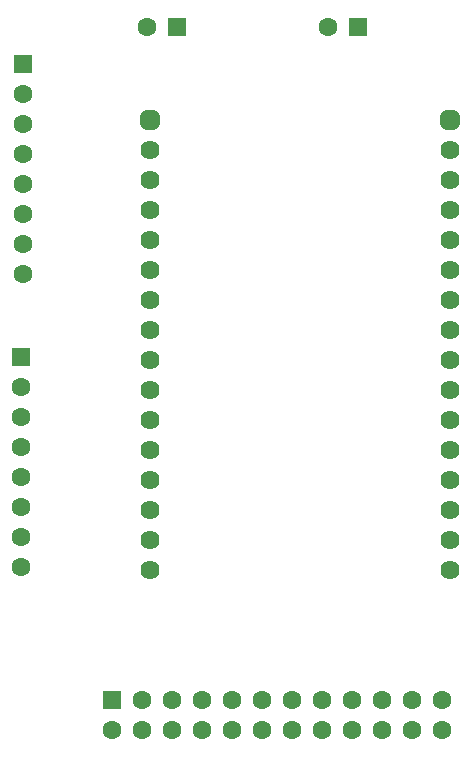
<source format=gts>
G04*
G04 #@! TF.GenerationSoftware,Altium Limited,Altium Designer,24.5.2 (23)*
G04*
G04 Layer_Color=8388736*
%FSLAX25Y25*%
%MOIN*%
G70*
G04*
G04 #@! TF.SameCoordinates,283EEC4D-0936-4861-99EB-E05453D0A95E*
G04*
G04*
G04 #@! TF.FilePolarity,Negative*
G04*
G01*
G75*
%ADD14C,0.06299*%
%ADD15R,0.06299X0.06299*%
%ADD16R,0.06299X0.06299*%
%ADD17C,0.06378*%
G04:AMPARAMS|DCode=18|XSize=63.78mil|YSize=63.78mil|CornerRadius=16.93mil|HoleSize=0mil|Usage=FLASHONLY|Rotation=270.000|XOffset=0mil|YOffset=0mil|HoleType=Round|Shape=RoundedRectangle|*
%AMROUNDEDRECTD18*
21,1,0.06378,0.02992,0,0,270.0*
21,1,0.02992,0.06378,0,0,270.0*
1,1,0.03386,-0.01496,-0.01496*
1,1,0.03386,-0.01496,0.01496*
1,1,0.03386,0.01496,0.01496*
1,1,0.03386,0.01496,-0.01496*
%
%ADD18ROUNDEDRECTD18*%
D14*
X63504Y255118D02*
D03*
X123740D02*
D03*
X51811Y20709D02*
D03*
X61811D02*
D03*
X161811Y30709D02*
D03*
X151811D02*
D03*
X121811D02*
D03*
X141811Y20709D02*
D03*
X111811Y30709D02*
D03*
X131811Y20709D02*
D03*
X101811Y30709D02*
D03*
X121811Y20709D02*
D03*
X91811Y30709D02*
D03*
X111811Y20709D02*
D03*
X81811Y30709D02*
D03*
X101811Y20709D02*
D03*
X71811Y30709D02*
D03*
X91811Y20709D02*
D03*
X61811Y30709D02*
D03*
X81811Y20709D02*
D03*
X71811D02*
D03*
X131811Y30709D02*
D03*
X141811D02*
D03*
X151811Y20709D02*
D03*
X161811D02*
D03*
X22047Y172835D02*
D03*
Y182835D02*
D03*
Y192835D02*
D03*
Y202835D02*
D03*
Y212835D02*
D03*
Y222835D02*
D03*
Y232835D02*
D03*
X21365Y75245D02*
D03*
Y85245D02*
D03*
Y95245D02*
D03*
Y105245D02*
D03*
Y115245D02*
D03*
Y125245D02*
D03*
Y135245D02*
D03*
D15*
X73504Y255118D02*
D03*
X133740D02*
D03*
X22047Y242835D02*
D03*
X21365Y145245D02*
D03*
D16*
X51811Y30709D02*
D03*
D17*
X164365Y114115D02*
D03*
Y134115D02*
D03*
Y164115D02*
D03*
Y204115D02*
D03*
Y214115D02*
D03*
Y194115D02*
D03*
Y184115D02*
D03*
Y174115D02*
D03*
Y154115D02*
D03*
Y144115D02*
D03*
Y124115D02*
D03*
Y104115D02*
D03*
Y94115D02*
D03*
Y84115D02*
D03*
Y74115D02*
D03*
X64365D02*
D03*
Y84115D02*
D03*
Y94115D02*
D03*
Y104115D02*
D03*
Y124115D02*
D03*
Y144115D02*
D03*
Y154115D02*
D03*
Y174115D02*
D03*
Y184115D02*
D03*
Y194115D02*
D03*
Y214115D02*
D03*
Y204115D02*
D03*
Y164115D02*
D03*
Y134115D02*
D03*
Y114115D02*
D03*
D18*
X164365Y224115D02*
D03*
X64365D02*
D03*
M02*

</source>
